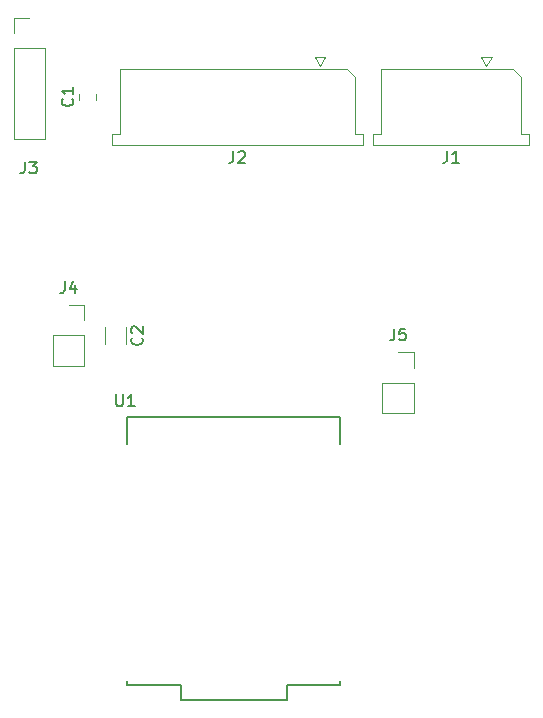
<source format=gbr>
%TF.GenerationSoftware,KiCad,Pcbnew,9.0.0*%
%TF.CreationDate,2025-03-25T20:09:49+01:00*%
%TF.ProjectId,raumtemp_front,7261756d-7465-46d7-905f-66726f6e742e,rev?*%
%TF.SameCoordinates,Original*%
%TF.FileFunction,Legend,Top*%
%TF.FilePolarity,Positive*%
%FSLAX46Y46*%
G04 Gerber Fmt 4.6, Leading zero omitted, Abs format (unit mm)*
G04 Created by KiCad (PCBNEW 9.0.0) date 2025-03-25 20:09:49*
%MOMM*%
%LPD*%
G01*
G04 APERTURE LIST*
%ADD10C,0.150000*%
%ADD11C,0.120000*%
%ADD12C,0.127000*%
G04 APERTURE END LIST*
D10*
X149229580Y-97416666D02*
X149277200Y-97464285D01*
X149277200Y-97464285D02*
X149324819Y-97607142D01*
X149324819Y-97607142D02*
X149324819Y-97702380D01*
X149324819Y-97702380D02*
X149277200Y-97845237D01*
X149277200Y-97845237D02*
X149181961Y-97940475D01*
X149181961Y-97940475D02*
X149086723Y-97988094D01*
X149086723Y-97988094D02*
X148896247Y-98035713D01*
X148896247Y-98035713D02*
X148753390Y-98035713D01*
X148753390Y-98035713D02*
X148562914Y-97988094D01*
X148562914Y-97988094D02*
X148467676Y-97940475D01*
X148467676Y-97940475D02*
X148372438Y-97845237D01*
X148372438Y-97845237D02*
X148324819Y-97702380D01*
X148324819Y-97702380D02*
X148324819Y-97607142D01*
X148324819Y-97607142D02*
X148372438Y-97464285D01*
X148372438Y-97464285D02*
X148420057Y-97416666D01*
X149324819Y-96464285D02*
X149324819Y-97035713D01*
X149324819Y-96749999D02*
X148324819Y-96749999D01*
X148324819Y-96749999D02*
X148467676Y-96845237D01*
X148467676Y-96845237D02*
X148562914Y-96940475D01*
X148562914Y-96940475D02*
X148610533Y-97035713D01*
X152938095Y-122454819D02*
X152938095Y-123264342D01*
X152938095Y-123264342D02*
X152985714Y-123359580D01*
X152985714Y-123359580D02*
X153033333Y-123407200D01*
X153033333Y-123407200D02*
X153128571Y-123454819D01*
X153128571Y-123454819D02*
X153319047Y-123454819D01*
X153319047Y-123454819D02*
X153414285Y-123407200D01*
X153414285Y-123407200D02*
X153461904Y-123359580D01*
X153461904Y-123359580D02*
X153509523Y-123264342D01*
X153509523Y-123264342D02*
X153509523Y-122454819D01*
X154509523Y-123454819D02*
X153938095Y-123454819D01*
X154223809Y-123454819D02*
X154223809Y-122454819D01*
X154223809Y-122454819D02*
X154128571Y-122597676D01*
X154128571Y-122597676D02*
X154033333Y-122692914D01*
X154033333Y-122692914D02*
X153938095Y-122740533D01*
X145216666Y-102754819D02*
X145216666Y-103469104D01*
X145216666Y-103469104D02*
X145169047Y-103611961D01*
X145169047Y-103611961D02*
X145073809Y-103707200D01*
X145073809Y-103707200D02*
X144930952Y-103754819D01*
X144930952Y-103754819D02*
X144835714Y-103754819D01*
X145597619Y-102754819D02*
X146216666Y-102754819D01*
X146216666Y-102754819D02*
X145883333Y-103135771D01*
X145883333Y-103135771D02*
X146026190Y-103135771D01*
X146026190Y-103135771D02*
X146121428Y-103183390D01*
X146121428Y-103183390D02*
X146169047Y-103231009D01*
X146169047Y-103231009D02*
X146216666Y-103326247D01*
X146216666Y-103326247D02*
X146216666Y-103564342D01*
X146216666Y-103564342D02*
X146169047Y-103659580D01*
X146169047Y-103659580D02*
X146121428Y-103707200D01*
X146121428Y-103707200D02*
X146026190Y-103754819D01*
X146026190Y-103754819D02*
X145740476Y-103754819D01*
X145740476Y-103754819D02*
X145645238Y-103707200D01*
X145645238Y-103707200D02*
X145597619Y-103659580D01*
X176491666Y-116884819D02*
X176491666Y-117599104D01*
X176491666Y-117599104D02*
X176444047Y-117741961D01*
X176444047Y-117741961D02*
X176348809Y-117837200D01*
X176348809Y-117837200D02*
X176205952Y-117884819D01*
X176205952Y-117884819D02*
X176110714Y-117884819D01*
X177444047Y-116884819D02*
X176967857Y-116884819D01*
X176967857Y-116884819D02*
X176920238Y-117361009D01*
X176920238Y-117361009D02*
X176967857Y-117313390D01*
X176967857Y-117313390D02*
X177063095Y-117265771D01*
X177063095Y-117265771D02*
X177301190Y-117265771D01*
X177301190Y-117265771D02*
X177396428Y-117313390D01*
X177396428Y-117313390D02*
X177444047Y-117361009D01*
X177444047Y-117361009D02*
X177491666Y-117456247D01*
X177491666Y-117456247D02*
X177491666Y-117694342D01*
X177491666Y-117694342D02*
X177444047Y-117789580D01*
X177444047Y-117789580D02*
X177396428Y-117837200D01*
X177396428Y-117837200D02*
X177301190Y-117884819D01*
X177301190Y-117884819D02*
X177063095Y-117884819D01*
X177063095Y-117884819D02*
X176967857Y-117837200D01*
X176967857Y-117837200D02*
X176920238Y-117789580D01*
X155109580Y-117666666D02*
X155157200Y-117714285D01*
X155157200Y-117714285D02*
X155204819Y-117857142D01*
X155204819Y-117857142D02*
X155204819Y-117952380D01*
X155204819Y-117952380D02*
X155157200Y-118095237D01*
X155157200Y-118095237D02*
X155061961Y-118190475D01*
X155061961Y-118190475D02*
X154966723Y-118238094D01*
X154966723Y-118238094D02*
X154776247Y-118285713D01*
X154776247Y-118285713D02*
X154633390Y-118285713D01*
X154633390Y-118285713D02*
X154442914Y-118238094D01*
X154442914Y-118238094D02*
X154347676Y-118190475D01*
X154347676Y-118190475D02*
X154252438Y-118095237D01*
X154252438Y-118095237D02*
X154204819Y-117952380D01*
X154204819Y-117952380D02*
X154204819Y-117857142D01*
X154204819Y-117857142D02*
X154252438Y-117714285D01*
X154252438Y-117714285D02*
X154300057Y-117666666D01*
X154300057Y-117285713D02*
X154252438Y-117238094D01*
X154252438Y-117238094D02*
X154204819Y-117142856D01*
X154204819Y-117142856D02*
X154204819Y-116904761D01*
X154204819Y-116904761D02*
X154252438Y-116809523D01*
X154252438Y-116809523D02*
X154300057Y-116761904D01*
X154300057Y-116761904D02*
X154395295Y-116714285D01*
X154395295Y-116714285D02*
X154490533Y-116714285D01*
X154490533Y-116714285D02*
X154633390Y-116761904D01*
X154633390Y-116761904D02*
X155204819Y-117333332D01*
X155204819Y-117333332D02*
X155204819Y-116714285D01*
X180966666Y-101854819D02*
X180966666Y-102569104D01*
X180966666Y-102569104D02*
X180919047Y-102711961D01*
X180919047Y-102711961D02*
X180823809Y-102807200D01*
X180823809Y-102807200D02*
X180680952Y-102854819D01*
X180680952Y-102854819D02*
X180585714Y-102854819D01*
X181966666Y-102854819D02*
X181395238Y-102854819D01*
X181680952Y-102854819D02*
X181680952Y-101854819D01*
X181680952Y-101854819D02*
X181585714Y-101997676D01*
X181585714Y-101997676D02*
X181490476Y-102092914D01*
X181490476Y-102092914D02*
X181395238Y-102140533D01*
X162866666Y-101854819D02*
X162866666Y-102569104D01*
X162866666Y-102569104D02*
X162819047Y-102711961D01*
X162819047Y-102711961D02*
X162723809Y-102807200D01*
X162723809Y-102807200D02*
X162580952Y-102854819D01*
X162580952Y-102854819D02*
X162485714Y-102854819D01*
X163295238Y-101950057D02*
X163342857Y-101902438D01*
X163342857Y-101902438D02*
X163438095Y-101854819D01*
X163438095Y-101854819D02*
X163676190Y-101854819D01*
X163676190Y-101854819D02*
X163771428Y-101902438D01*
X163771428Y-101902438D02*
X163819047Y-101950057D01*
X163819047Y-101950057D02*
X163866666Y-102045295D01*
X163866666Y-102045295D02*
X163866666Y-102140533D01*
X163866666Y-102140533D02*
X163819047Y-102283390D01*
X163819047Y-102283390D02*
X163247619Y-102854819D01*
X163247619Y-102854819D02*
X163866666Y-102854819D01*
X148591666Y-112884819D02*
X148591666Y-113599104D01*
X148591666Y-113599104D02*
X148544047Y-113741961D01*
X148544047Y-113741961D02*
X148448809Y-113837200D01*
X148448809Y-113837200D02*
X148305952Y-113884819D01*
X148305952Y-113884819D02*
X148210714Y-113884819D01*
X149496428Y-113218152D02*
X149496428Y-113884819D01*
X149258333Y-112837200D02*
X149020238Y-113551485D01*
X149020238Y-113551485D02*
X149639285Y-113551485D01*
D11*
%TO.C,C1*%
X149815000Y-97511252D02*
X149815000Y-96988748D01*
X151285000Y-97511252D02*
X151285000Y-96988748D01*
D12*
%TO.C,U1*%
X153900000Y-124350000D02*
X153900000Y-126700000D01*
X153900000Y-124350000D02*
X171900000Y-124350000D01*
X153900000Y-146750000D02*
X153900000Y-147050000D01*
X153900000Y-147050000D02*
X158400000Y-147050000D01*
X158400000Y-148350000D02*
X158400000Y-147050000D01*
X158400000Y-148350000D02*
X167400000Y-148350000D01*
X167400000Y-147050000D02*
X171900000Y-147050000D01*
X167400000Y-148350000D02*
X167400000Y-147050000D01*
X171900000Y-124350000D02*
X171900000Y-126700000D01*
X171900000Y-146750000D02*
X171900000Y-147050000D01*
D11*
%TO.C,J3*%
X144270000Y-90570000D02*
X145600000Y-90570000D01*
X144270000Y-91900000D02*
X144270000Y-90570000D01*
X144270000Y-93170000D02*
X144270000Y-100850000D01*
X144270000Y-93170000D02*
X146930000Y-93170000D01*
X144270000Y-100850000D02*
X146930000Y-100850000D01*
X146930000Y-93170000D02*
X146930000Y-100850000D01*
%TO.C,J5*%
X175495000Y-121470000D02*
X175495000Y-124070000D01*
X175495000Y-121470000D02*
X178155000Y-121470000D01*
X175495000Y-124070000D02*
X178155000Y-124070000D01*
X176825000Y-118870000D02*
X178155000Y-118870000D01*
X178155000Y-118870000D02*
X178155000Y-120200000D01*
X178155000Y-121470000D02*
X178155000Y-124070000D01*
%TO.C,C2*%
X151990000Y-116788748D02*
X151990000Y-118211252D01*
X153810000Y-116788748D02*
X153810000Y-118211252D01*
%TO.C,J1*%
X174665000Y-100390000D02*
X175365000Y-100390000D01*
X174665000Y-101310000D02*
X174665000Y-100390000D01*
X175365000Y-94890000D02*
X186570563Y-94890000D01*
X175365000Y-100390000D02*
X175365000Y-94890000D01*
X183866987Y-93900000D02*
X184733013Y-93900000D01*
X184300000Y-94650000D02*
X183866987Y-93900000D01*
X184733013Y-93900000D02*
X184300000Y-94650000D01*
X186570563Y-94890000D02*
X187235000Y-95554437D01*
X187235000Y-95554437D02*
X187235000Y-100390000D01*
X187235000Y-100390000D02*
X187935000Y-100390000D01*
X187935000Y-100390000D02*
X187935000Y-101310000D01*
X187935000Y-101310000D02*
X174665000Y-101310000D01*
%TO.C,J2*%
X152565000Y-100390000D02*
X153265000Y-100390000D01*
X152565000Y-101310000D02*
X152565000Y-100390000D01*
X153265000Y-94890000D02*
X172470563Y-94890000D01*
X153265000Y-100390000D02*
X153265000Y-94890000D01*
X169766987Y-93900000D02*
X170633013Y-93900000D01*
X170200000Y-94650000D02*
X169766987Y-93900000D01*
X170633013Y-93900000D02*
X170200000Y-94650000D01*
X172470563Y-94890000D02*
X173135000Y-95554437D01*
X173135000Y-95554437D02*
X173135000Y-100390000D01*
X173135000Y-100390000D02*
X173835000Y-100390000D01*
X173835000Y-100390000D02*
X173835000Y-101310000D01*
X173835000Y-101310000D02*
X152565000Y-101310000D01*
%TO.C,J4*%
X147595000Y-117470000D02*
X147595000Y-120070000D01*
X147595000Y-117470000D02*
X150255000Y-117470000D01*
X147595000Y-120070000D02*
X150255000Y-120070000D01*
X148925000Y-114870000D02*
X150255000Y-114870000D01*
X150255000Y-114870000D02*
X150255000Y-116200000D01*
X150255000Y-117470000D02*
X150255000Y-120070000D01*
%TD*%
M02*

</source>
